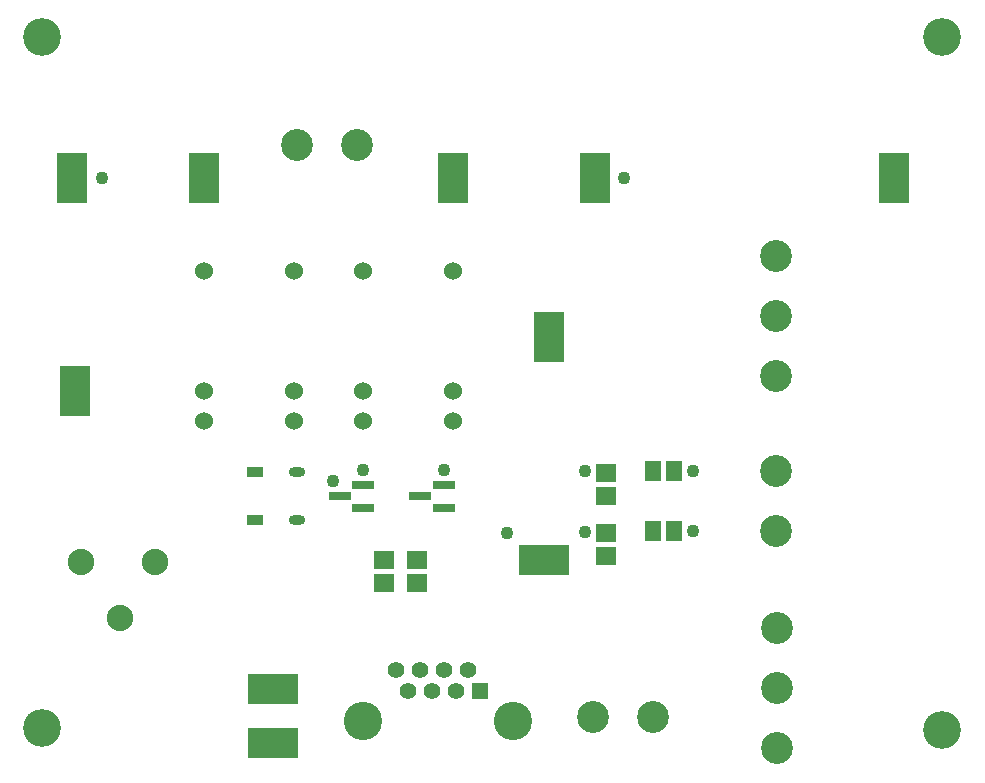
<source format=gts>
G04*
G04 #@! TF.GenerationSoftware,Altium Limited,Altium Designer,23.7.1 (13)*
G04*
G04 Layer_Color=8388736*
%FSLAX44Y44*%
%MOMM*%
G71*
G04*
G04 #@! TF.SameCoordinates,8069B4C8-0706-43A3-9A5C-337C007DADD0*
G04*
G04*
G04 #@! TF.FilePolarity,Negative*
G04*
G01*
G75*
%ADD18R,1.4082X0.8221*%
G04:AMPARAMS|DCode=19|XSize=1.4082mm|YSize=0.8221mm|CornerRadius=0.4111mm|HoleSize=0mm|Usage=FLASHONLY|Rotation=0.000|XOffset=0mm|YOffset=0mm|HoleType=Round|Shape=RoundedRectangle|*
%AMROUNDEDRECTD19*
21,1,1.4082,0.0000,0,0,0.0*
21,1,0.5861,0.8221,0,0,0.0*
1,1,0.8221,0.2930,0.0000*
1,1,0.8221,-0.2930,0.0000*
1,1,0.8221,-0.2930,0.0000*
1,1,0.8221,0.2930,0.0000*
%
%ADD19ROUNDEDRECTD19*%
%ADD21R,4.2000X2.6000*%
%ADD22R,2.6000X4.2000*%
%ADD25R,1.9016X0.7016*%
%ADD26R,1.7032X1.6032*%
%ADD27R,1.3532X1.6532*%
%ADD28C,2.2352*%
%ADD29C,2.7032*%
%ADD30C,1.5240*%
%ADD31C,3.2500*%
%ADD32R,1.3900X1.3900*%
%ADD33C,1.3900*%
%ADD34C,3.2032*%
%ADD35C,1.1032*%
D18*
X345420Y266700D02*
D03*
Y226060D02*
D03*
D19*
X381020Y266700D02*
D03*
Y226060D02*
D03*
D21*
X589781Y192880D02*
D03*
X360063Y83280D02*
D03*
Y37630D02*
D03*
D22*
X513080Y515620D02*
D03*
X302260D02*
D03*
X190500D02*
D03*
X633120D02*
D03*
X193040Y335280D02*
D03*
X594360Y381000D02*
D03*
X886460Y515620D02*
D03*
D25*
X505046Y236880D02*
D03*
Y255880D02*
D03*
X485046Y246380D02*
D03*
X416720Y246380D02*
D03*
X436720Y255880D02*
D03*
Y236880D02*
D03*
D26*
X642620Y195740D02*
D03*
X642620Y215740D02*
D03*
X642620Y246540D02*
D03*
X642620Y266540D02*
D03*
X454660Y192880D02*
D03*
X454660Y172880D02*
D03*
X482600Y192880D02*
D03*
X482600Y172880D02*
D03*
D27*
X699630Y217170D02*
D03*
X682130D02*
D03*
X699630Y267970D02*
D03*
X682130D02*
D03*
D28*
X230619Y143002D02*
D03*
X198120Y190500D02*
D03*
X260617Y190500D02*
D03*
D29*
X381000Y543560D02*
D03*
X431800D02*
D03*
X786130Y449580D02*
D03*
Y398780D02*
D03*
Y347980D02*
D03*
Y267970D02*
D03*
Y217170D02*
D03*
X787400Y134620D02*
D03*
Y83820D02*
D03*
Y33020D02*
D03*
X681990Y59690D02*
D03*
X631190D02*
D03*
D30*
X436880Y309880D02*
D03*
Y335280D02*
D03*
Y436880D02*
D03*
X513080Y309880D02*
D03*
Y335280D02*
D03*
Y436880D02*
D03*
X302260Y309880D02*
D03*
Y335280D02*
D03*
Y436880D02*
D03*
X378460Y309880D02*
D03*
Y335280D02*
D03*
Y436880D02*
D03*
D31*
X436626Y55880D02*
D03*
X563626D02*
D03*
D32*
X535686Y81280D02*
D03*
D33*
X525526Y99060D02*
D03*
X515366Y81280D02*
D03*
X505206Y99060D02*
D03*
X495046Y81280D02*
D03*
X484886Y99060D02*
D03*
X474726Y81280D02*
D03*
X464566Y99060D02*
D03*
D34*
X927100Y48575D02*
D03*
X165100Y50000D02*
D03*
X927100Y635096D02*
D03*
X165100Y635040D02*
D03*
D35*
X436626Y268666D02*
D03*
X657860Y515620D02*
D03*
X215900D02*
D03*
X505206Y268666D02*
D03*
X624840Y267810D02*
D03*
Y215900D02*
D03*
X558303Y215740D02*
D03*
X716280Y267810D02*
D03*
Y217170D02*
D03*
X411480Y259080D02*
D03*
M02*

</source>
